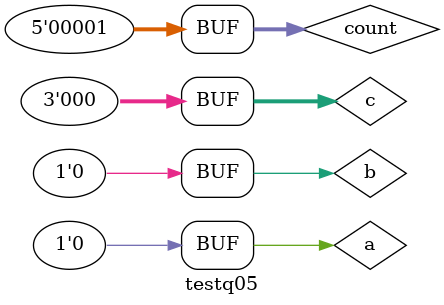
<source format=v>

module multiplexador (output s, input p, input q, input chave);

wire tmp1, tmp2, tmp3;

not(tmp3,chave);
and(tmp1, p, tmp3);
and(tmp2, q, chave);
or (s, tmp1, tmp2);

endmodule

module q05 (output s0, input p, input q, input [2:0] chave);

wire temp1, temp2, temp3, temp4, temp5, temp6, temp7, temp8, temp9, temp10, temp11, temp12, temp13, temp14;



or (temp1, p, q);
and  (temp2, p, q);
multiplexador lol1  (temp9, temp1, temp2, chave[0]);
nor(temp3, p, q);
nand (temp4, p, q);
multiplexador lol2 (temp10, temp3, temp4, chave[0]);
xor (temp5, p, q);
xnor(temp6, p, q);
multiplexador lol3 (temp11, temp5, temp6, chave[0]);
not (temp7, p);
not (temp8, q);
multiplexador lol4 (temp12, temp7, temp8, chave[0]);

multiplexador lol5 (temp13, temp9, temp10, chave[1]);
multiplexador lol6 (temp14, temp11, temp12, chave[1]);
multiplexador lol7 (s0, temp13, temp14, chave[2]);


endmodule


module testq05;
reg [4:0]count;
reg [0:0]a,b;
reg [2:0]c;
wire [0:0]s0;

q05 Q05 (s0, a,b,c);

initial begin


a= 1'b0;b= 1'b0;c= 3'b000;

#1
$monitor("%3b %3b %3b = %3b", a, b,c, s0);
count = 0;
        repeat (31) begin
            count <= count + 1;
            #1 a<=count[4]; b<=count[3]; c[2]<=count[2]; c[1]<=count[1]; c[0]<=count[0]; 
				end

 

end
endmodule

// OBS.: SE POSSIVEL, TROCAR AS EXTENSOES PARA .v
//       FAVOR DEIXAR NOME E MATRICULA DENTRO DO ARQUIVO TAMBEM.










</source>
